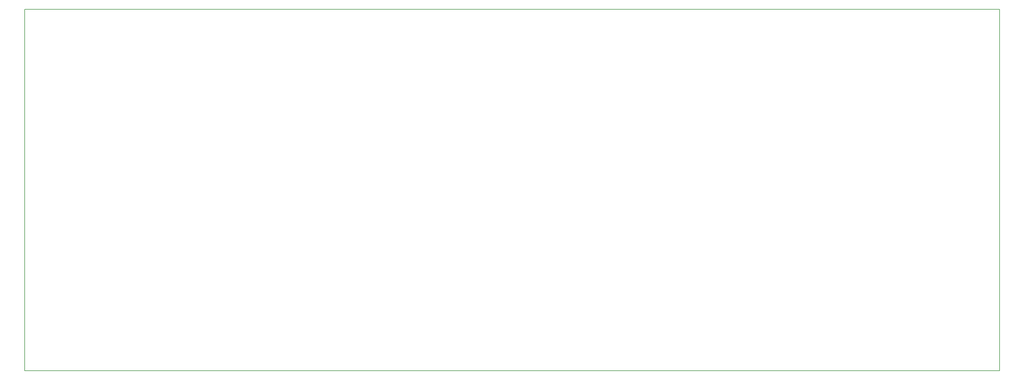
<source format=gbr>
%TF.GenerationSoftware,KiCad,Pcbnew,5.0.1*%
%TF.CreationDate,2019-04-01T22:15:05+02:00*%
%TF.ProjectId,sofaboard,736F6661626F6172642E6B696361645F,rev?*%
%TF.SameCoordinates,Original*%
%TF.FileFunction,Profile,NP*%
%FSLAX46Y46*%
G04 Gerber Fmt 4.6, Leading zero omitted, Abs format (unit mm)*
G04 Created by KiCad (PCBNEW 5.0.1) date Mon 01 Apr 2019 22:15:05 CEST*
%MOMM*%
%LPD*%
G01*
G04 APERTURE LIST*
%ADD10C,0.150000*%
G04 APERTURE END LIST*
D10*
X7620000Y11430000D02*
X7620000Y123190000D01*
X308610000Y11430000D02*
X7620000Y11430000D01*
X308610000Y123190000D02*
X308610000Y11430000D01*
X7620000Y123190000D02*
X308610000Y123190000D01*
M02*

</source>
